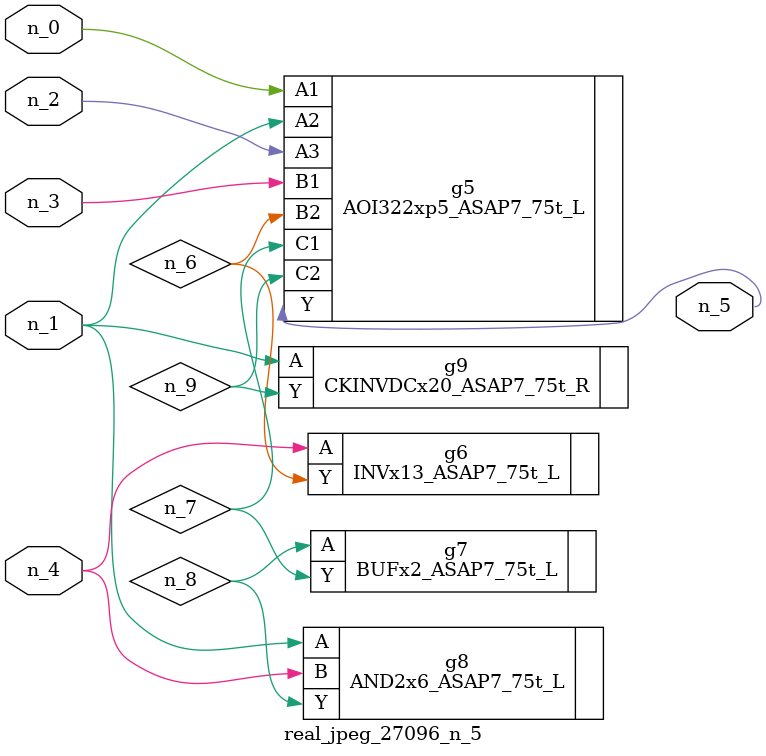
<source format=v>
module real_jpeg_27096_n_5 (n_4, n_0, n_1, n_2, n_3, n_5);

input n_4;
input n_0;
input n_1;
input n_2;
input n_3;

output n_5;

wire n_8;
wire n_6;
wire n_7;
wire n_9;

AOI322xp5_ASAP7_75t_L g5 ( 
.A1(n_0),
.A2(n_1),
.A3(n_2),
.B1(n_3),
.B2(n_6),
.C1(n_7),
.C2(n_9),
.Y(n_5)
);

AND2x6_ASAP7_75t_L g8 ( 
.A(n_1),
.B(n_4),
.Y(n_8)
);

CKINVDCx20_ASAP7_75t_R g9 ( 
.A(n_1),
.Y(n_9)
);

INVx13_ASAP7_75t_L g6 ( 
.A(n_4),
.Y(n_6)
);

BUFx2_ASAP7_75t_L g7 ( 
.A(n_8),
.Y(n_7)
);


endmodule
</source>
